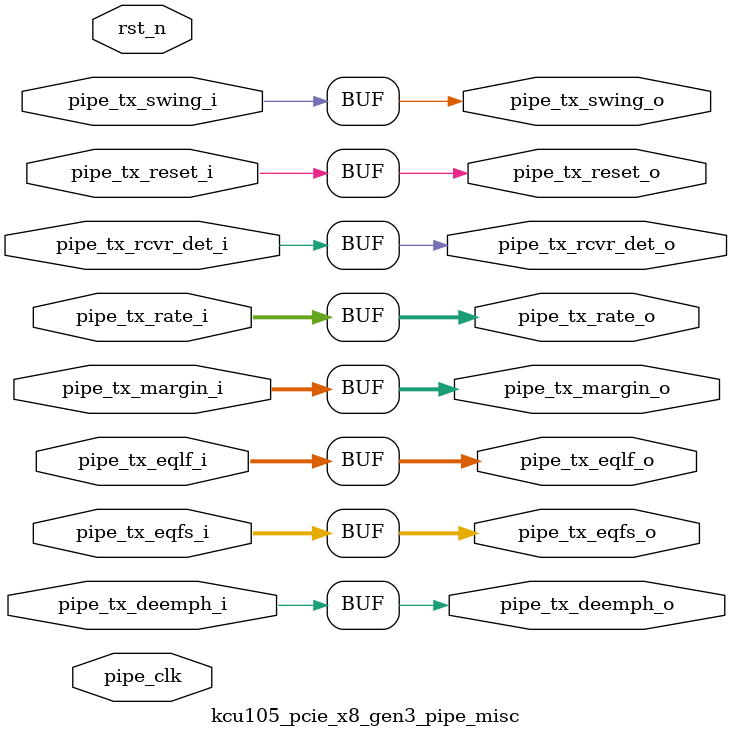
<source format=v>


`timescale 1ps/1ps

(* DowngradeIPIdentifiedWarnings = "yes" *)
module kcu105_pcie_x8_gen3_pipe_misc 
 #(
  parameter TCQ = 100,
  parameter PIPE_PIPELINE_STAGES = 0
  ) (
  input  wire         pipe_tx_rcvr_det_i,
  input  wire         pipe_tx_reset_i,
  input  wire   [1:0] pipe_tx_rate_i,
  input  wire         pipe_tx_deemph_i,
  input  wire   [2:0] pipe_tx_margin_i,
  input  wire         pipe_tx_swing_i,
  input  wire   [5:0] pipe_tx_eqfs_i,
  input  wire   [5:0] pipe_tx_eqlf_i,
  output wire         pipe_tx_rcvr_det_o,
  output wire         pipe_tx_reset_o,
  output wire   [1:0] pipe_tx_rate_o,
  output wire         pipe_tx_deemph_o,
  output wire   [2:0] pipe_tx_margin_o,
  output wire         pipe_tx_swing_o,
  output wire   [5:0] pipe_tx_eqfs_o,
  output wire   [5:0] pipe_tx_eqlf_o,
  input  wire         pipe_clk,
  input  wire         rst_n
  );

  reg                 pipe_tx_rcvr_det_q;
  reg                 pipe_tx_reset_q;
  reg           [1:0] pipe_tx_rate_q;
  reg                 pipe_tx_deemph_q;
  reg           [2:0] pipe_tx_margin_q;
  reg                 pipe_tx_swing_q;
  reg           [5:0] pipe_tx_eqfs_q;
  reg           [5:0] pipe_tx_eqlf_q;
  reg                 pipe_tx_rcvr_det_qq;
  reg                 pipe_tx_reset_qq;
  reg           [1:0] pipe_tx_rate_qq;
  reg                 pipe_tx_deemph_qq;
  reg           [2:0] pipe_tx_margin_qq;
  reg                 pipe_tx_swing_qq;
  reg           [5:0] pipe_tx_eqfs_qq;
  reg           [5:0] pipe_tx_eqlf_qq;

  generate
    if (PIPE_PIPELINE_STAGES == 0)
    begin : pipe_stages_0
      assign pipe_tx_rcvr_det_o = pipe_tx_rcvr_det_i;
      assign pipe_tx_reset_o = pipe_tx_reset_i;
      assign pipe_tx_rate_o = pipe_tx_rate_i;
      assign pipe_tx_deemph_o = pipe_tx_deemph_i;
      assign pipe_tx_margin_o = pipe_tx_margin_i;
      assign pipe_tx_swing_o = pipe_tx_swing_i;
      assign pipe_tx_eqfs_o = pipe_tx_eqfs_i;
      assign pipe_tx_eqlf_o = pipe_tx_eqlf_i;
    end
    else if (PIPE_PIPELINE_STAGES == 1)
    begin : pipe_stages_1
      always @(posedge pipe_clk)
      begin
        if (!rst_n)
        begin
          pipe_tx_rcvr_det_q <= #TCQ 1'b0;
          pipe_tx_reset_q <= #TCQ 1'b1;
          pipe_tx_rate_q <= #TCQ 2'b0;
          pipe_tx_deemph_q <= #TCQ 1'b1;
          pipe_tx_margin_q <= #TCQ 3'b0;
          pipe_tx_swing_q <= #TCQ 1'b0;
          pipe_tx_eqfs_q <= #TCQ 5'b0;
          pipe_tx_eqlf_q <= #TCQ 5'b0;
        end
        else
        begin
          pipe_tx_rcvr_det_q <= #TCQ pipe_tx_rcvr_det_i;
          pipe_tx_reset_q <= #TCQ pipe_tx_reset_i;
          pipe_tx_rate_q <= #TCQ pipe_tx_rate_i;
          pipe_tx_deemph_q <= #TCQ pipe_tx_deemph_i;
          pipe_tx_margin_q <= #TCQ pipe_tx_margin_i;
          pipe_tx_swing_q <= #TCQ pipe_tx_swing_i;
          pipe_tx_eqfs_q <= #TCQ pipe_tx_eqfs_i;
          pipe_tx_eqlf_q <= #TCQ pipe_tx_eqlf_i;
        end
      end
      assign pipe_tx_rcvr_det_o = pipe_tx_rcvr_det_q;
      assign pipe_tx_reset_o = pipe_tx_reset_q;
      assign pipe_tx_rate_o = pipe_tx_rate_q;
      assign pipe_tx_deemph_o = pipe_tx_deemph_q;
      assign pipe_tx_margin_o = pipe_tx_margin_q;
      assign pipe_tx_swing_o = pipe_tx_swing_q;
      assign pipe_tx_eqfs_o = pipe_tx_eqfs_q;
      assign pipe_tx_eqlf_o = pipe_tx_eqlf_q;
    end
    else if (PIPE_PIPELINE_STAGES == 2)
    begin : pipe_stages_2
      always @(posedge pipe_clk)
      begin
        if (!rst_n)
        begin
          pipe_tx_rcvr_det_q <= #TCQ 1'b0;
          pipe_tx_reset_q <= #TCQ 1'b1;
          pipe_tx_rate_q <= #TCQ 2'b0;
          pipe_tx_deemph_q <= #TCQ 1'b1;
          pipe_tx_margin_q <= #TCQ 1'b0;
          pipe_tx_swing_q <= #TCQ 1'b0;
          pipe_tx_eqfs_q <= #TCQ 5'b0;
          pipe_tx_eqlf_q <= #TCQ 5'b0;
          pipe_tx_rcvr_det_qq <= #TCQ 1'b0;
          pipe_tx_reset_qq <= #TCQ 1'b1;
          pipe_tx_rate_qq <= #TCQ 2'b0;
          pipe_tx_deemph_qq <= #TCQ 1'b1;
          pipe_tx_margin_qq <= #TCQ 1'b0;
          pipe_tx_swing_qq <= #TCQ 1'b0;
          pipe_tx_eqfs_qq <= #TCQ 5'b0;
          pipe_tx_eqlf_qq <= #TCQ 5'b0;
        end
        else
        begin
          pipe_tx_rcvr_det_q <= #TCQ pipe_tx_rcvr_det_i;
          pipe_tx_reset_q <= #TCQ pipe_tx_reset_i;
          pipe_tx_rate_q <= #TCQ pipe_tx_rate_i;
          pipe_tx_deemph_q <= #TCQ pipe_tx_deemph_i;
          pipe_tx_margin_q <= #TCQ pipe_tx_margin_i;
          pipe_tx_swing_q <= #TCQ pipe_tx_swing_i;
          pipe_tx_eqfs_q <= #TCQ pipe_tx_eqfs_i;
          pipe_tx_eqlf_q <= #TCQ pipe_tx_eqlf_i;
          pipe_tx_rcvr_det_qq <= #TCQ pipe_tx_rcvr_det_q;
          pipe_tx_reset_qq <= #TCQ pipe_tx_reset_q;
          pipe_tx_rate_qq <= #TCQ pipe_tx_rate_q;
          pipe_tx_deemph_qq <= #TCQ pipe_tx_deemph_q;
          pipe_tx_margin_qq <= #TCQ pipe_tx_margin_q;
          pipe_tx_swing_qq <= #TCQ pipe_tx_swing_q;
          pipe_tx_eqfs_qq <= #TCQ pipe_tx_eqfs_q;
          pipe_tx_eqlf_qq <= #TCQ pipe_tx_eqlf_q;
        end
      end
      assign pipe_tx_rcvr_det_o = pipe_tx_rcvr_det_qq;
      assign pipe_tx_reset_o = pipe_tx_reset_qq;
      assign pipe_tx_rate_o = pipe_tx_rate_qq;
      assign pipe_tx_deemph_o = pipe_tx_deemph_qq;
      assign pipe_tx_margin_o = pipe_tx_margin_qq;
      assign pipe_tx_swing_o = pipe_tx_swing_qq;
      assign pipe_tx_eqfs_o = pipe_tx_eqfs_qq;
      assign pipe_tx_eqlf_o = pipe_tx_eqlf_qq;
    end
    else
    begin
      assign pipe_tx_rcvr_det_o = pipe_tx_rcvr_det_i;
      assign pipe_tx_reset_o = pipe_tx_reset_i;
      assign pipe_tx_rate_o = pipe_tx_rate_i;
      assign pipe_tx_deemph_o = pipe_tx_deemph_i;
      assign pipe_tx_margin_o = pipe_tx_margin_i;
      assign pipe_tx_swing_o = pipe_tx_swing_i;
      assign pipe_tx_eqfs_o = pipe_tx_eqfs_i;
      assign pipe_tx_eqlf_o = pipe_tx_eqlf_i;
    end
  endgenerate

endmodule

</source>
